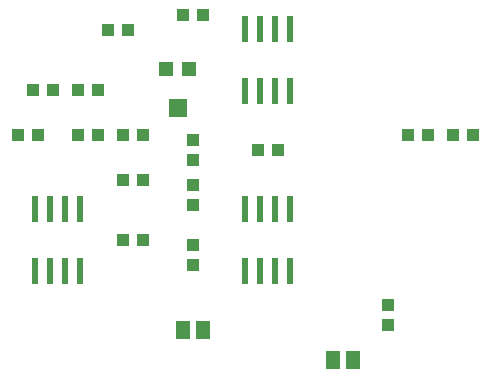
<source format=gtp>
G75*
%MOIN*%
%OFA0B0*%
%FSLAX24Y24*%
%IPPOS*%
%LPD*%
%AMOC8*
5,1,8,0,0,1.08239X$1,22.5*
%
%ADD10R,0.0236X0.0866*%
%ADD11R,0.0394X0.0433*%
%ADD12R,0.0433X0.0394*%
%ADD13R,0.0591X0.0630*%
%ADD14R,0.0472X0.0472*%
%ADD15R,0.0512X0.0591*%
D10*
X003930Y005026D03*
X004430Y005026D03*
X004930Y005026D03*
X005430Y005026D03*
X005430Y007074D03*
X004930Y007074D03*
X004430Y007074D03*
X003930Y007074D03*
X010930Y007074D03*
X011430Y007074D03*
X011930Y007074D03*
X012430Y007074D03*
X012430Y005026D03*
X011930Y005026D03*
X011430Y005026D03*
X010930Y005026D03*
X010930Y011026D03*
X011430Y011026D03*
X011930Y011026D03*
X012430Y011026D03*
X012430Y013074D03*
X011930Y013074D03*
X011430Y013074D03*
X010930Y013074D03*
D11*
X007015Y013050D03*
X006345Y013050D03*
X006015Y011050D03*
X005345Y011050D03*
X004515Y011050D03*
X003845Y011050D03*
X004015Y009550D03*
X003345Y009550D03*
X005345Y009550D03*
X006015Y009550D03*
X006845Y009550D03*
X007515Y009550D03*
X009180Y009385D03*
X009180Y008715D03*
X007515Y008050D03*
X006845Y008050D03*
X006845Y006050D03*
X007515Y006050D03*
X011345Y009050D03*
X012015Y009050D03*
X016345Y009550D03*
X017015Y009550D03*
X017845Y009550D03*
X018515Y009550D03*
D12*
X015680Y003885D03*
X015680Y003215D03*
X009180Y005215D03*
X009180Y005885D03*
X009180Y007215D03*
X009180Y007885D03*
X008845Y013550D03*
X009515Y013550D03*
D13*
X008680Y010459D03*
D14*
X008286Y011769D03*
X009074Y011769D03*
D15*
X008845Y003050D03*
X009515Y003050D03*
X013845Y002050D03*
X014515Y002050D03*
M02*

</source>
